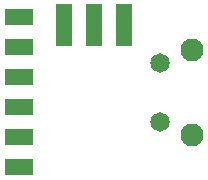
<source format=gbs>
G04 #@! TF.FileFunction,Soldermask,Bot*
%FSLAX46Y46*%
G04 Gerber Fmt 4.6, Leading zero omitted, Abs format (unit mm)*
G04 Created by KiCad (PCBNEW 4.0.7) date 04/02/19 22:13:27*
%MOMM*%
%LPD*%
G01*
G04 APERTURE LIST*
%ADD10C,0.100000*%
%ADD11R,2.400000X1.420000*%
%ADD12C,1.950000*%
%ADD13C,1.650000*%
%ADD14R,1.420000X3.570000*%
G04 APERTURE END LIST*
D10*
D11*
X153670000Y-117475000D03*
X153670000Y-114935000D03*
X153670000Y-112395000D03*
X153670000Y-109855000D03*
X153670000Y-107315000D03*
X153670000Y-104775000D03*
D12*
X168275000Y-107550000D03*
X168275000Y-114700000D03*
D13*
X165575000Y-113625000D03*
X165575000Y-108625000D03*
D14*
X162560000Y-105410000D03*
X157480000Y-105410000D03*
X160020000Y-105410000D03*
M02*

</source>
